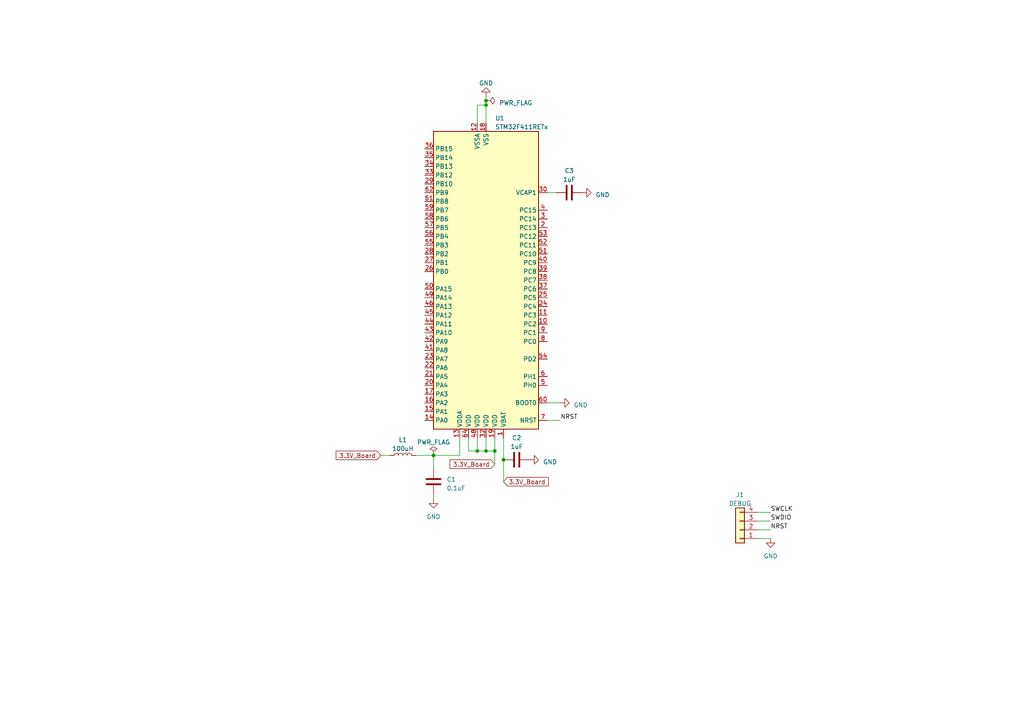
<source format=kicad_sch>
(kicad_sch (version 20230121) (generator eeschema)

  (uuid 39a4a7a0-ffc4-4861-b33d-34da3c27e7e8)

  (paper "A4")

  (lib_symbols
    (symbol "Connector_Generic:Conn_01x04" (pin_names (offset 1.016) hide) (in_bom yes) (on_board yes)
      (property "Reference" "J" (at 0 5.08 0)
        (effects (font (size 1.27 1.27)))
      )
      (property "Value" "Conn_01x04" (at 0 -7.62 0)
        (effects (font (size 1.27 1.27)))
      )
      (property "Footprint" "" (at 0 0 0)
        (effects (font (size 1.27 1.27)) hide)
      )
      (property "Datasheet" "~" (at 0 0 0)
        (effects (font (size 1.27 1.27)) hide)
      )
      (property "ki_keywords" "connector" (at 0 0 0)
        (effects (font (size 1.27 1.27)) hide)
      )
      (property "ki_description" "Generic connector, single row, 01x04, script generated (kicad-library-utils/schlib/autogen/connector/)" (at 0 0 0)
        (effects (font (size 1.27 1.27)) hide)
      )
      (property "ki_fp_filters" "Connector*:*_1x??_*" (at 0 0 0)
        (effects (font (size 1.27 1.27)) hide)
      )
      (symbol "Conn_01x04_1_1"
        (rectangle (start -1.27 -4.953) (end 0 -5.207)
          (stroke (width 0.1524) (type default))
          (fill (type none))
        )
        (rectangle (start -1.27 -2.413) (end 0 -2.667)
          (stroke (width 0.1524) (type default))
          (fill (type none))
        )
        (rectangle (start -1.27 0.127) (end 0 -0.127)
          (stroke (width 0.1524) (type default))
          (fill (type none))
        )
        (rectangle (start -1.27 2.667) (end 0 2.413)
          (stroke (width 0.1524) (type default))
          (fill (type none))
        )
        (rectangle (start -1.27 3.81) (end 1.27 -6.35)
          (stroke (width 0.254) (type default))
          (fill (type background))
        )
        (pin passive line (at -5.08 2.54 0) (length 3.81)
          (name "Pin_1" (effects (font (size 1.27 1.27))))
          (number "1" (effects (font (size 1.27 1.27))))
        )
        (pin passive line (at -5.08 0 0) (length 3.81)
          (name "Pin_2" (effects (font (size 1.27 1.27))))
          (number "2" (effects (font (size 1.27 1.27))))
        )
        (pin passive line (at -5.08 -2.54 0) (length 3.81)
          (name "Pin_3" (effects (font (size 1.27 1.27))))
          (number "3" (effects (font (size 1.27 1.27))))
        )
        (pin passive line (at -5.08 -5.08 0) (length 3.81)
          (name "Pin_4" (effects (font (size 1.27 1.27))))
          (number "4" (effects (font (size 1.27 1.27))))
        )
      )
    )
    (symbol "Device:C" (pin_numbers hide) (pin_names (offset 0.254)) (in_bom yes) (on_board yes)
      (property "Reference" "C" (at 0.635 2.54 0)
        (effects (font (size 1.27 1.27)) (justify left))
      )
      (property "Value" "C" (at 0.635 -2.54 0)
        (effects (font (size 1.27 1.27)) (justify left))
      )
      (property "Footprint" "" (at 0.9652 -3.81 0)
        (effects (font (size 1.27 1.27)) hide)
      )
      (property "Datasheet" "~" (at 0 0 0)
        (effects (font (size 1.27 1.27)) hide)
      )
      (property "ki_keywords" "cap capacitor" (at 0 0 0)
        (effects (font (size 1.27 1.27)) hide)
      )
      (property "ki_description" "Unpolarized capacitor" (at 0 0 0)
        (effects (font (size 1.27 1.27)) hide)
      )
      (property "ki_fp_filters" "C_*" (at 0 0 0)
        (effects (font (size 1.27 1.27)) hide)
      )
      (symbol "C_0_1"
        (polyline
          (pts
            (xy -2.032 -0.762)
            (xy 2.032 -0.762)
          )
          (stroke (width 0.508) (type default))
          (fill (type none))
        )
        (polyline
          (pts
            (xy -2.032 0.762)
            (xy 2.032 0.762)
          )
          (stroke (width 0.508) (type default))
          (fill (type none))
        )
      )
      (symbol "C_1_1"
        (pin passive line (at 0 3.81 270) (length 2.794)
          (name "~" (effects (font (size 1.27 1.27))))
          (number "1" (effects (font (size 1.27 1.27))))
        )
        (pin passive line (at 0 -3.81 90) (length 2.794)
          (name "~" (effects (font (size 1.27 1.27))))
          (number "2" (effects (font (size 1.27 1.27))))
        )
      )
    )
    (symbol "Device:L" (pin_numbers hide) (pin_names (offset 1.016) hide) (in_bom yes) (on_board yes)
      (property "Reference" "L" (at -1.27 0 90)
        (effects (font (size 1.27 1.27)))
      )
      (property "Value" "L" (at 1.905 0 90)
        (effects (font (size 1.27 1.27)))
      )
      (property "Footprint" "" (at 0 0 0)
        (effects (font (size 1.27 1.27)) hide)
      )
      (property "Datasheet" "~" (at 0 0 0)
        (effects (font (size 1.27 1.27)) hide)
      )
      (property "ki_keywords" "inductor choke coil reactor magnetic" (at 0 0 0)
        (effects (font (size 1.27 1.27)) hide)
      )
      (property "ki_description" "Inductor" (at 0 0 0)
        (effects (font (size 1.27 1.27)) hide)
      )
      (property "ki_fp_filters" "Choke_* *Coil* Inductor_* L_*" (at 0 0 0)
        (effects (font (size 1.27 1.27)) hide)
      )
      (symbol "L_0_1"
        (arc (start 0 -2.54) (mid 0.6323 -1.905) (end 0 -1.27)
          (stroke (width 0) (type default))
          (fill (type none))
        )
        (arc (start 0 -1.27) (mid 0.6323 -0.635) (end 0 0)
          (stroke (width 0) (type default))
          (fill (type none))
        )
        (arc (start 0 0) (mid 0.6323 0.635) (end 0 1.27)
          (stroke (width 0) (type default))
          (fill (type none))
        )
        (arc (start 0 1.27) (mid 0.6323 1.905) (end 0 2.54)
          (stroke (width 0) (type default))
          (fill (type none))
        )
      )
      (symbol "L_1_1"
        (pin passive line (at 0 3.81 270) (length 1.27)
          (name "1" (effects (font (size 1.27 1.27))))
          (number "1" (effects (font (size 1.27 1.27))))
        )
        (pin passive line (at 0 -3.81 90) (length 1.27)
          (name "2" (effects (font (size 1.27 1.27))))
          (number "2" (effects (font (size 1.27 1.27))))
        )
      )
    )
    (symbol "MCU_ST_STM32F4:STM32F411RETx" (in_bom yes) (on_board yes)
      (property "Reference" "U" (at -15.24 44.45 0)
        (effects (font (size 1.27 1.27)) (justify left))
      )
      (property "Value" "STM32F411RETx" (at 10.16 44.45 0)
        (effects (font (size 1.27 1.27)) (justify left))
      )
      (property "Footprint" "Package_QFP:LQFP-64_10x10mm_P0.5mm" (at -15.24 -43.18 0)
        (effects (font (size 1.27 1.27)) (justify right) hide)
      )
      (property "Datasheet" "https://www.st.com/resource/en/datasheet/stm32f411re.pdf" (at 0 0 0)
        (effects (font (size 1.27 1.27)) hide)
      )
      (property "ki_locked" "" (at 0 0 0)
        (effects (font (size 1.27 1.27)))
      )
      (property "ki_keywords" "Arm Cortex-M4 STM32F4 STM32F411" (at 0 0 0)
        (effects (font (size 1.27 1.27)) hide)
      )
      (property "ki_description" "STMicroelectronics Arm Cortex-M4 MCU, 512KB flash, 128KB RAM, 100 MHz, 1.7-3.6V, 50 GPIO, LQFP64" (at 0 0 0)
        (effects (font (size 1.27 1.27)) hide)
      )
      (property "ki_fp_filters" "LQFP*10x10mm*P0.5mm*" (at 0 0 0)
        (effects (font (size 1.27 1.27)) hide)
      )
      (symbol "STM32F411RETx_0_1"
        (rectangle (start -15.24 -43.18) (end 15.24 43.18)
          (stroke (width 0.254) (type default))
          (fill (type background))
        )
      )
      (symbol "STM32F411RETx_1_1"
        (pin power_in line (at -5.08 45.72 270) (length 2.54)
          (name "VBAT" (effects (font (size 1.27 1.27))))
          (number "1" (effects (font (size 1.27 1.27))))
        )
        (pin bidirectional line (at -17.78 12.7 0) (length 2.54)
          (name "PC2" (effects (font (size 1.27 1.27))))
          (number "10" (effects (font (size 1.27 1.27))))
          (alternate "ADC1_IN12" bidirectional line)
          (alternate "I2S2_ext_SD" bidirectional line)
          (alternate "SPI2_MISO" bidirectional line)
        )
        (pin bidirectional line (at -17.78 10.16 0) (length 2.54)
          (name "PC3" (effects (font (size 1.27 1.27))))
          (number "11" (effects (font (size 1.27 1.27))))
          (alternate "ADC1_IN13" bidirectional line)
          (alternate "I2S2_SD" bidirectional line)
          (alternate "SPI2_MOSI" bidirectional line)
        )
        (pin power_in line (at 2.54 -45.72 90) (length 2.54)
          (name "VSSA" (effects (font (size 1.27 1.27))))
          (number "12" (effects (font (size 1.27 1.27))))
        )
        (pin power_in line (at 7.62 45.72 270) (length 2.54)
          (name "VDDA" (effects (font (size 1.27 1.27))))
          (number "13" (effects (font (size 1.27 1.27))))
        )
        (pin bidirectional line (at 17.78 40.64 180) (length 2.54)
          (name "PA0" (effects (font (size 1.27 1.27))))
          (number "14" (effects (font (size 1.27 1.27))))
          (alternate "ADC1_IN0" bidirectional line)
          (alternate "SYS_WKUP" bidirectional line)
          (alternate "TIM2_CH1" bidirectional line)
          (alternate "TIM2_ETR" bidirectional line)
          (alternate "TIM5_CH1" bidirectional line)
          (alternate "USART2_CTS" bidirectional line)
        )
        (pin bidirectional line (at 17.78 38.1 180) (length 2.54)
          (name "PA1" (effects (font (size 1.27 1.27))))
          (number "15" (effects (font (size 1.27 1.27))))
          (alternate "ADC1_IN1" bidirectional line)
          (alternate "I2S4_SD" bidirectional line)
          (alternate "SPI4_MOSI" bidirectional line)
          (alternate "TIM2_CH2" bidirectional line)
          (alternate "TIM5_CH2" bidirectional line)
          (alternate "USART2_RTS" bidirectional line)
        )
        (pin bidirectional line (at 17.78 35.56 180) (length 2.54)
          (name "PA2" (effects (font (size 1.27 1.27))))
          (number "16" (effects (font (size 1.27 1.27))))
          (alternate "ADC1_IN2" bidirectional line)
          (alternate "I2S_CKIN" bidirectional line)
          (alternate "TIM2_CH3" bidirectional line)
          (alternate "TIM5_CH3" bidirectional line)
          (alternate "TIM9_CH1" bidirectional line)
          (alternate "USART2_TX" bidirectional line)
        )
        (pin bidirectional line (at 17.78 33.02 180) (length 2.54)
          (name "PA3" (effects (font (size 1.27 1.27))))
          (number "17" (effects (font (size 1.27 1.27))))
          (alternate "ADC1_IN3" bidirectional line)
          (alternate "I2S2_MCK" bidirectional line)
          (alternate "TIM2_CH4" bidirectional line)
          (alternate "TIM5_CH4" bidirectional line)
          (alternate "TIM9_CH2" bidirectional line)
          (alternate "USART2_RX" bidirectional line)
        )
        (pin power_in line (at 0 -45.72 90) (length 2.54)
          (name "VSS" (effects (font (size 1.27 1.27))))
          (number "18" (effects (font (size 1.27 1.27))))
        )
        (pin power_in line (at -2.54 45.72 270) (length 2.54)
          (name "VDD" (effects (font (size 1.27 1.27))))
          (number "19" (effects (font (size 1.27 1.27))))
        )
        (pin bidirectional line (at -17.78 -15.24 0) (length 2.54)
          (name "PC13" (effects (font (size 1.27 1.27))))
          (number "2" (effects (font (size 1.27 1.27))))
          (alternate "RTC_AF1" bidirectional line)
        )
        (pin bidirectional line (at 17.78 30.48 180) (length 2.54)
          (name "PA4" (effects (font (size 1.27 1.27))))
          (number "20" (effects (font (size 1.27 1.27))))
          (alternate "ADC1_IN4" bidirectional line)
          (alternate "I2S1_WS" bidirectional line)
          (alternate "I2S3_WS" bidirectional line)
          (alternate "SPI1_NSS" bidirectional line)
          (alternate "SPI3_NSS" bidirectional line)
          (alternate "USART2_CK" bidirectional line)
        )
        (pin bidirectional line (at 17.78 27.94 180) (length 2.54)
          (name "PA5" (effects (font (size 1.27 1.27))))
          (number "21" (effects (font (size 1.27 1.27))))
          (alternate "ADC1_IN5" bidirectional line)
          (alternate "I2S1_CK" bidirectional line)
          (alternate "SPI1_SCK" bidirectional line)
          (alternate "TIM2_CH1" bidirectional line)
          (alternate "TIM2_ETR" bidirectional line)
        )
        (pin bidirectional line (at 17.78 25.4 180) (length 2.54)
          (name "PA6" (effects (font (size 1.27 1.27))))
          (number "22" (effects (font (size 1.27 1.27))))
          (alternate "ADC1_IN6" bidirectional line)
          (alternate "I2S2_MCK" bidirectional line)
          (alternate "SDIO_CMD" bidirectional line)
          (alternate "SPI1_MISO" bidirectional line)
          (alternate "TIM1_BKIN" bidirectional line)
          (alternate "TIM3_CH1" bidirectional line)
        )
        (pin bidirectional line (at 17.78 22.86 180) (length 2.54)
          (name "PA7" (effects (font (size 1.27 1.27))))
          (number "23" (effects (font (size 1.27 1.27))))
          (alternate "ADC1_IN7" bidirectional line)
          (alternate "I2S1_SD" bidirectional line)
          (alternate "SPI1_MOSI" bidirectional line)
          (alternate "TIM1_CH1N" bidirectional line)
          (alternate "TIM3_CH2" bidirectional line)
        )
        (pin bidirectional line (at -17.78 7.62 0) (length 2.54)
          (name "PC4" (effects (font (size 1.27 1.27))))
          (number "24" (effects (font (size 1.27 1.27))))
          (alternate "ADC1_IN14" bidirectional line)
        )
        (pin bidirectional line (at -17.78 5.08 0) (length 2.54)
          (name "PC5" (effects (font (size 1.27 1.27))))
          (number "25" (effects (font (size 1.27 1.27))))
          (alternate "ADC1_IN15" bidirectional line)
        )
        (pin bidirectional line (at 17.78 -2.54 180) (length 2.54)
          (name "PB0" (effects (font (size 1.27 1.27))))
          (number "26" (effects (font (size 1.27 1.27))))
          (alternate "ADC1_IN8" bidirectional line)
          (alternate "I2S5_CK" bidirectional line)
          (alternate "SPI5_SCK" bidirectional line)
          (alternate "TIM1_CH2N" bidirectional line)
          (alternate "TIM3_CH3" bidirectional line)
        )
        (pin bidirectional line (at 17.78 -5.08 180) (length 2.54)
          (name "PB1" (effects (font (size 1.27 1.27))))
          (number "27" (effects (font (size 1.27 1.27))))
          (alternate "ADC1_IN9" bidirectional line)
          (alternate "I2S5_WS" bidirectional line)
          (alternate "SPI5_NSS" bidirectional line)
          (alternate "TIM1_CH3N" bidirectional line)
          (alternate "TIM3_CH4" bidirectional line)
        )
        (pin bidirectional line (at 17.78 -7.62 180) (length 2.54)
          (name "PB2" (effects (font (size 1.27 1.27))))
          (number "28" (effects (font (size 1.27 1.27))))
        )
        (pin bidirectional line (at 17.78 -27.94 180) (length 2.54)
          (name "PB10" (effects (font (size 1.27 1.27))))
          (number "29" (effects (font (size 1.27 1.27))))
          (alternate "I2C2_SCL" bidirectional line)
          (alternate "I2S2_CK" bidirectional line)
          (alternate "I2S3_MCK" bidirectional line)
          (alternate "SDIO_D7" bidirectional line)
          (alternate "SPI2_SCK" bidirectional line)
          (alternate "TIM2_CH3" bidirectional line)
        )
        (pin bidirectional line (at -17.78 -17.78 0) (length 2.54)
          (name "PC14" (effects (font (size 1.27 1.27))))
          (number "3" (effects (font (size 1.27 1.27))))
          (alternate "RCC_OSC32_IN" bidirectional line)
        )
        (pin power_out line (at -17.78 -25.4 0) (length 2.54)
          (name "VCAP1" (effects (font (size 1.27 1.27))))
          (number "30" (effects (font (size 1.27 1.27))))
        )
        (pin passive line (at 0 -45.72 90) (length 2.54) hide
          (name "VSS" (effects (font (size 1.27 1.27))))
          (number "31" (effects (font (size 1.27 1.27))))
        )
        (pin power_in line (at 0 45.72 270) (length 2.54)
          (name "VDD" (effects (font (size 1.27 1.27))))
          (number "32" (effects (font (size 1.27 1.27))))
        )
        (pin bidirectional line (at 17.78 -30.48 180) (length 2.54)
          (name "PB12" (effects (font (size 1.27 1.27))))
          (number "33" (effects (font (size 1.27 1.27))))
          (alternate "I2C2_SMBA" bidirectional line)
          (alternate "I2S2_WS" bidirectional line)
          (alternate "I2S3_CK" bidirectional line)
          (alternate "I2S4_WS" bidirectional line)
          (alternate "SPI2_NSS" bidirectional line)
          (alternate "SPI3_SCK" bidirectional line)
          (alternate "SPI4_NSS" bidirectional line)
          (alternate "TIM1_BKIN" bidirectional line)
        )
        (pin bidirectional line (at 17.78 -33.02 180) (length 2.54)
          (name "PB13" (effects (font (size 1.27 1.27))))
          (number "34" (effects (font (size 1.27 1.27))))
          (alternate "I2S2_CK" bidirectional line)
          (alternate "I2S4_CK" bidirectional line)
          (alternate "SPI2_SCK" bidirectional line)
          (alternate "SPI4_SCK" bidirectional line)
          (alternate "TIM1_CH1N" bidirectional line)
        )
        (pin bidirectional line (at 17.78 -35.56 180) (length 2.54)
          (name "PB14" (effects (font (size 1.27 1.27))))
          (number "35" (effects (font (size 1.27 1.27))))
          (alternate "I2S2_ext_SD" bidirectional line)
          (alternate "SDIO_D6" bidirectional line)
          (alternate "SPI2_MISO" bidirectional line)
          (alternate "TIM1_CH2N" bidirectional line)
        )
        (pin bidirectional line (at 17.78 -38.1 180) (length 2.54)
          (name "PB15" (effects (font (size 1.27 1.27))))
          (number "36" (effects (font (size 1.27 1.27))))
          (alternate "ADC1_EXTI15" bidirectional line)
          (alternate "I2S2_SD" bidirectional line)
          (alternate "RTC_REFIN" bidirectional line)
          (alternate "SDIO_CK" bidirectional line)
          (alternate "SPI2_MOSI" bidirectional line)
          (alternate "TIM1_CH3N" bidirectional line)
        )
        (pin bidirectional line (at -17.78 2.54 0) (length 2.54)
          (name "PC6" (effects (font (size 1.27 1.27))))
          (number "37" (effects (font (size 1.27 1.27))))
          (alternate "I2S2_MCK" bidirectional line)
          (alternate "SDIO_D6" bidirectional line)
          (alternate "TIM3_CH1" bidirectional line)
          (alternate "USART6_TX" bidirectional line)
        )
        (pin bidirectional line (at -17.78 0 0) (length 2.54)
          (name "PC7" (effects (font (size 1.27 1.27))))
          (number "38" (effects (font (size 1.27 1.27))))
          (alternate "I2S2_CK" bidirectional line)
          (alternate "I2S3_MCK" bidirectional line)
          (alternate "SDIO_D7" bidirectional line)
          (alternate "SPI2_SCK" bidirectional line)
          (alternate "TIM3_CH2" bidirectional line)
          (alternate "USART6_RX" bidirectional line)
        )
        (pin bidirectional line (at -17.78 -2.54 0) (length 2.54)
          (name "PC8" (effects (font (size 1.27 1.27))))
          (number "39" (effects (font (size 1.27 1.27))))
          (alternate "SDIO_D0" bidirectional line)
          (alternate "TIM3_CH3" bidirectional line)
          (alternate "USART6_CK" bidirectional line)
        )
        (pin bidirectional line (at -17.78 -20.32 0) (length 2.54)
          (name "PC15" (effects (font (size 1.27 1.27))))
          (number "4" (effects (font (size 1.27 1.27))))
          (alternate "ADC1_EXTI15" bidirectional line)
          (alternate "RCC_OSC32_OUT" bidirectional line)
        )
        (pin bidirectional line (at -17.78 -5.08 0) (length 2.54)
          (name "PC9" (effects (font (size 1.27 1.27))))
          (number "40" (effects (font (size 1.27 1.27))))
          (alternate "I2C3_SDA" bidirectional line)
          (alternate "I2S_CKIN" bidirectional line)
          (alternate "RCC_MCO_2" bidirectional line)
          (alternate "SDIO_D1" bidirectional line)
          (alternate "TIM3_CH4" bidirectional line)
        )
        (pin bidirectional line (at 17.78 20.32 180) (length 2.54)
          (name "PA8" (effects (font (size 1.27 1.27))))
          (number "41" (effects (font (size 1.27 1.27))))
          (alternate "I2C3_SCL" bidirectional line)
          (alternate "RCC_MCO_1" bidirectional line)
          (alternate "SDIO_D1" bidirectional line)
          (alternate "TIM1_CH1" bidirectional line)
          (alternate "USART1_CK" bidirectional line)
          (alternate "USB_OTG_FS_SOF" bidirectional line)
        )
        (pin bidirectional line (at 17.78 17.78 180) (length 2.54)
          (name "PA9" (effects (font (size 1.27 1.27))))
          (number "42" (effects (font (size 1.27 1.27))))
          (alternate "I2C3_SMBA" bidirectional line)
          (alternate "SDIO_D2" bidirectional line)
          (alternate "TIM1_CH2" bidirectional line)
          (alternate "USART1_TX" bidirectional line)
          (alternate "USB_OTG_FS_VBUS" bidirectional line)
        )
        (pin bidirectional line (at 17.78 15.24 180) (length 2.54)
          (name "PA10" (effects (font (size 1.27 1.27))))
          (number "43" (effects (font (size 1.27 1.27))))
          (alternate "I2S5_SD" bidirectional line)
          (alternate "SPI5_MOSI" bidirectional line)
          (alternate "TIM1_CH3" bidirectional line)
          (alternate "USART1_RX" bidirectional line)
          (alternate "USB_OTG_FS_ID" bidirectional line)
        )
        (pin bidirectional line (at 17.78 12.7 180) (length 2.54)
          (name "PA11" (effects (font (size 1.27 1.27))))
          (number "44" (effects (font (size 1.27 1.27))))
          (alternate "ADC1_EXTI11" bidirectional line)
          (alternate "SPI4_MISO" bidirectional line)
          (alternate "TIM1_CH4" bidirectional line)
          (alternate "USART1_CTS" bidirectional line)
          (alternate "USART6_TX" bidirectional line)
          (alternate "USB_OTG_FS_DM" bidirectional line)
        )
        (pin bidirectional line (at 17.78 10.16 180) (length 2.54)
          (name "PA12" (effects (font (size 1.27 1.27))))
          (number "45" (effects (font (size 1.27 1.27))))
          (alternate "SPI5_MISO" bidirectional line)
          (alternate "TIM1_ETR" bidirectional line)
          (alternate "USART1_RTS" bidirectional line)
          (alternate "USART6_RX" bidirectional line)
          (alternate "USB_OTG_FS_DP" bidirectional line)
        )
        (pin bidirectional line (at 17.78 7.62 180) (length 2.54)
          (name "PA13" (effects (font (size 1.27 1.27))))
          (number "46" (effects (font (size 1.27 1.27))))
          (alternate "SYS_JTMS-SWDIO" bidirectional line)
        )
        (pin passive line (at 0 -45.72 90) (length 2.54) hide
          (name "VSS" (effects (font (size 1.27 1.27))))
          (number "47" (effects (font (size 1.27 1.27))))
        )
        (pin power_in line (at 2.54 45.72 270) (length 2.54)
          (name "VDD" (effects (font (size 1.27 1.27))))
          (number "48" (effects (font (size 1.27 1.27))))
        )
        (pin bidirectional line (at 17.78 5.08 180) (length 2.54)
          (name "PA14" (effects (font (size 1.27 1.27))))
          (number "49" (effects (font (size 1.27 1.27))))
          (alternate "SYS_JTCK-SWCLK" bidirectional line)
        )
        (pin bidirectional line (at -17.78 30.48 0) (length 2.54)
          (name "PH0" (effects (font (size 1.27 1.27))))
          (number "5" (effects (font (size 1.27 1.27))))
          (alternate "RCC_OSC_IN" bidirectional line)
        )
        (pin bidirectional line (at 17.78 2.54 180) (length 2.54)
          (name "PA15" (effects (font (size 1.27 1.27))))
          (number "50" (effects (font (size 1.27 1.27))))
          (alternate "ADC1_EXTI15" bidirectional line)
          (alternate "I2S1_WS" bidirectional line)
          (alternate "I2S3_WS" bidirectional line)
          (alternate "SPI1_NSS" bidirectional line)
          (alternate "SPI3_NSS" bidirectional line)
          (alternate "SYS_JTDI" bidirectional line)
          (alternate "TIM2_CH1" bidirectional line)
          (alternate "TIM2_ETR" bidirectional line)
          (alternate "USART1_TX" bidirectional line)
        )
        (pin bidirectional line (at -17.78 -7.62 0) (length 2.54)
          (name "PC10" (effects (font (size 1.27 1.27))))
          (number "51" (effects (font (size 1.27 1.27))))
          (alternate "I2S3_CK" bidirectional line)
          (alternate "SDIO_D2" bidirectional line)
          (alternate "SPI3_SCK" bidirectional line)
        )
        (pin bidirectional line (at -17.78 -10.16 0) (length 2.54)
          (name "PC11" (effects (font (size 1.27 1.27))))
          (number "52" (effects (font (size 1.27 1.27))))
          (alternate "ADC1_EXTI11" bidirectional line)
          (alternate "I2S3_ext_SD" bidirectional line)
          (alternate "SDIO_D3" bidirectional line)
          (alternate "SPI3_MISO" bidirectional line)
        )
        (pin bidirectional line (at -17.78 -12.7 0) (length 2.54)
          (name "PC12" (effects (font (size 1.27 1.27))))
          (number "53" (effects (font (size 1.27 1.27))))
          (alternate "I2S3_SD" bidirectional line)
          (alternate "SDIO_CK" bidirectional line)
          (alternate "SPI3_MOSI" bidirectional line)
        )
        (pin bidirectional line (at -17.78 22.86 0) (length 2.54)
          (name "PD2" (effects (font (size 1.27 1.27))))
          (number "54" (effects (font (size 1.27 1.27))))
          (alternate "SDIO_CMD" bidirectional line)
          (alternate "TIM3_ETR" bidirectional line)
        )
        (pin bidirectional line (at 17.78 -10.16 180) (length 2.54)
          (name "PB3" (effects (font (size 1.27 1.27))))
          (number "55" (effects (font (size 1.27 1.27))))
          (alternate "I2C2_SDA" bidirectional line)
          (alternate "I2S1_CK" bidirectional line)
          (alternate "I2S3_CK" bidirectional line)
          (alternate "SPI1_SCK" bidirectional line)
          (alternate "SPI3_SCK" bidirectional line)
          (alternate "SYS_JTDO-SWO" bidirectional line)
          (alternate "TIM2_CH2" bidirectional line)
          (alternate "USART1_RX" bidirectional line)
        )
        (pin bidirectional line (at 17.78 -12.7 180) (length 2.54)
          (name "PB4" (effects (font (size 1.27 1.27))))
          (number "56" (effects (font (size 1.27 1.27))))
          (alternate "I2C3_SDA" bidirectional line)
          (alternate "I2S3_ext_SD" bidirectional line)
          (alternate "SDIO_D0" bidirectional line)
          (alternate "SPI1_MISO" bidirectional line)
          (alternate "SPI3_MISO" bidirectional line)
          (alternate "SYS_JTRST" bidirectional line)
          (alternate "TIM3_CH1" bidirectional line)
        )
        (pin bidirectional line (at 17.78 -15.24 180) (length 2.54)
          (name "PB5" (effects (font (size 1.27 1.27))))
          (number "57" (effects (font (size 1.27 1.27))))
          (alternate "I2C1_SMBA" bidirectional line)
          (alternate "I2S1_SD" bidirectional line)
          (alternate "I2S3_SD" bidirectional line)
          (alternate "SDIO_D3" bidirectional line)
          (alternate "SPI1_MOSI" bidirectional line)
          (alternate "SPI3_MOSI" bidirectional line)
          (alternate "TIM3_CH2" bidirectional line)
        )
        (pin bidirectional line (at 17.78 -17.78 180) (length 2.54)
          (name "PB6" (effects (font (size 1.27 1.27))))
          (number "58" (effects (font (size 1.27 1.27))))
          (alternate "I2C1_SCL" bidirectional line)
          (alternate "TIM4_CH1" bidirectional line)
          (alternate "USART1_TX" bidirectional line)
        )
        (pin bidirectional line (at 17.78 -20.32 180) (length 2.54)
          (name "PB7" (effects (font (size 1.27 1.27))))
          (number "59" (effects (font (size 1.27 1.27))))
          (alternate "I2C1_SDA" bidirectional line)
          (alternate "SDIO_D0" bidirectional line)
          (alternate "TIM4_CH2" bidirectional line)
          (alternate "USART1_RX" bidirectional line)
        )
        (pin bidirectional line (at -17.78 27.94 0) (length 2.54)
          (name "PH1" (effects (font (size 1.27 1.27))))
          (number "6" (effects (font (size 1.27 1.27))))
          (alternate "RCC_OSC_OUT" bidirectional line)
        )
        (pin input line (at -17.78 35.56 0) (length 2.54)
          (name "BOOT0" (effects (font (size 1.27 1.27))))
          (number "60" (effects (font (size 1.27 1.27))))
        )
        (pin bidirectional line (at 17.78 -22.86 180) (length 2.54)
          (name "PB8" (effects (font (size 1.27 1.27))))
          (number "61" (effects (font (size 1.27 1.27))))
          (alternate "I2C1_SCL" bidirectional line)
          (alternate "I2C3_SDA" bidirectional line)
          (alternate "I2S5_SD" bidirectional line)
          (alternate "SDIO_D4" bidirectional line)
          (alternate "SPI5_MOSI" bidirectional line)
          (alternate "TIM10_CH1" bidirectional line)
          (alternate "TIM4_CH3" bidirectional line)
        )
        (pin bidirectional line (at 17.78 -25.4 180) (length 2.54)
          (name "PB9" (effects (font (size 1.27 1.27))))
          (number "62" (effects (font (size 1.27 1.27))))
          (alternate "I2C1_SDA" bidirectional line)
          (alternate "I2C2_SDA" bidirectional line)
          (alternate "I2S2_WS" bidirectional line)
          (alternate "SDIO_D5" bidirectional line)
          (alternate "SPI2_NSS" bidirectional line)
          (alternate "TIM11_CH1" bidirectional line)
          (alternate "TIM4_CH4" bidirectional line)
        )
        (pin passive line (at 0 -45.72 90) (length 2.54) hide
          (name "VSS" (effects (font (size 1.27 1.27))))
          (number "63" (effects (font (size 1.27 1.27))))
        )
        (pin power_in line (at 5.08 45.72 270) (length 2.54)
          (name "VDD" (effects (font (size 1.27 1.27))))
          (number "64" (effects (font (size 1.27 1.27))))
        )
        (pin input line (at -17.78 40.64 0) (length 2.54)
          (name "NRST" (effects (font (size 1.27 1.27))))
          (number "7" (effects (font (size 1.27 1.27))))
        )
        (pin bidirectional line (at -17.78 17.78 0) (length 2.54)
          (name "PC0" (effects (font (size 1.27 1.27))))
          (number "8" (effects (font (size 1.27 1.27))))
          (alternate "ADC1_IN10" bidirectional line)
        )
        (pin bidirectional line (at -17.78 15.24 0) (length 2.54)
          (name "PC1" (effects (font (size 1.27 1.27))))
          (number "9" (effects (font (size 1.27 1.27))))
          (alternate "ADC1_IN11" bidirectional line)
        )
      )
    )
    (symbol "power:GND" (power) (pin_names (offset 0)) (in_bom yes) (on_board yes)
      (property "Reference" "#PWR" (at 0 -6.35 0)
        (effects (font (size 1.27 1.27)) hide)
      )
      (property "Value" "GND" (at 0 -3.81 0)
        (effects (font (size 1.27 1.27)))
      )
      (property "Footprint" "" (at 0 0 0)
        (effects (font (size 1.27 1.27)) hide)
      )
      (property "Datasheet" "" (at 0 0 0)
        (effects (font (size 1.27 1.27)) hide)
      )
      (property "ki_keywords" "global power" (at 0 0 0)
        (effects (font (size 1.27 1.27)) hide)
      )
      (property "ki_description" "Power symbol creates a global label with name \"GND\" , ground" (at 0 0 0)
        (effects (font (size 1.27 1.27)) hide)
      )
      (symbol "GND_0_1"
        (polyline
          (pts
            (xy 0 0)
            (xy 0 -1.27)
            (xy 1.27 -1.27)
            (xy 0 -2.54)
            (xy -1.27 -1.27)
            (xy 0 -1.27)
          )
          (stroke (width 0) (type default))
          (fill (type none))
        )
      )
      (symbol "GND_1_1"
        (pin power_in line (at 0 0 270) (length 0) hide
          (name "GND" (effects (font (size 1.27 1.27))))
          (number "1" (effects (font (size 1.27 1.27))))
        )
      )
    )
    (symbol "power:PWR_FLAG" (power) (pin_numbers hide) (pin_names (offset 0) hide) (in_bom yes) (on_board yes)
      (property "Reference" "#FLG" (at 0 1.905 0)
        (effects (font (size 1.27 1.27)) hide)
      )
      (property "Value" "PWR_FLAG" (at 0 3.81 0)
        (effects (font (size 1.27 1.27)))
      )
      (property "Footprint" "" (at 0 0 0)
        (effects (font (size 1.27 1.27)) hide)
      )
      (property "Datasheet" "~" (at 0 0 0)
        (effects (font (size 1.27 1.27)) hide)
      )
      (property "ki_keywords" "flag power" (at 0 0 0)
        (effects (font (size 1.27 1.27)) hide)
      )
      (property "ki_description" "Special symbol for telling ERC where power comes from" (at 0 0 0)
        (effects (font (size 1.27 1.27)) hide)
      )
      (symbol "PWR_FLAG_0_0"
        (pin power_out line (at 0 0 90) (length 0)
          (name "pwr" (effects (font (size 1.27 1.27))))
          (number "1" (effects (font (size 1.27 1.27))))
        )
      )
      (symbol "PWR_FLAG_0_1"
        (polyline
          (pts
            (xy 0 0)
            (xy 0 1.27)
            (xy -1.016 1.905)
            (xy 0 2.54)
            (xy 1.016 1.905)
            (xy 0 1.27)
          )
          (stroke (width 0) (type default))
          (fill (type none))
        )
      )
    )
  )

  (junction (at 143.51 130.81) (diameter 0) (color 0 0 0 0)
    (uuid 48fcdb3b-01be-4e5f-897f-2c3fcf81f18b)
  )
  (junction (at 140.97 29.21) (diameter 0) (color 0 0 0 0)
    (uuid 4a88d437-9dfe-41b6-a9e2-7cad40df4271)
  )
  (junction (at 146.05 133.35) (diameter 0) (color 0 0 0 0)
    (uuid 92f3ca83-6cbb-42c5-9e1f-1ff967564461)
  )
  (junction (at 140.97 30.48) (diameter 0) (color 0 0 0 0)
    (uuid a45833c8-0515-496f-bf3e-79cb18ce3406)
  )
  (junction (at 140.97 130.81) (diameter 0) (color 0 0 0 0)
    (uuid c816cc14-bcc8-438a-8260-208d562cace3)
  )
  (junction (at 125.73 132.08) (diameter 0) (color 0 0 0 0)
    (uuid f261fec3-2264-40ef-9901-096cec243421)
  )
  (junction (at 138.43 130.81) (diameter 0) (color 0 0 0 0)
    (uuid f512f255-2150-46a7-ac8c-c75acb5622e3)
  )

  (wire (pts (xy 146.05 133.35) (xy 146.05 139.7))
    (stroke (width 0) (type default))
    (uuid 024e9071-1369-46db-9b73-d71610280cc4)
  )
  (wire (pts (xy 135.89 127) (xy 135.89 130.81))
    (stroke (width 0) (type default))
    (uuid 04ceba95-7260-43f9-91d8-f3f659b2f0ae)
  )
  (wire (pts (xy 158.75 121.92) (xy 162.56 121.92))
    (stroke (width 0) (type default))
    (uuid 095efef3-90a8-45db-ae05-35c5ba17c4c9)
  )
  (wire (pts (xy 143.51 127) (xy 143.51 130.81))
    (stroke (width 0) (type default))
    (uuid 1163f1d4-ba46-47f4-893a-06e60b8017c3)
  )
  (wire (pts (xy 138.43 30.48) (xy 138.43 35.56))
    (stroke (width 0) (type default))
    (uuid 2b634fd8-9d9c-4b16-929d-392a4276a604)
  )
  (wire (pts (xy 138.43 127) (xy 138.43 130.81))
    (stroke (width 0) (type default))
    (uuid 3881d737-6b47-4858-b406-2bf119d246d1)
  )
  (wire (pts (xy 125.73 132.08) (xy 120.65 132.08))
    (stroke (width 0) (type default))
    (uuid 38dcc74e-c67c-4f01-bc3b-30ddf8c50f96)
  )
  (wire (pts (xy 143.51 130.81) (xy 143.51 134.62))
    (stroke (width 0) (type default))
    (uuid 41be7a39-ca2e-4065-8316-67051eaa2dab)
  )
  (wire (pts (xy 219.71 151.13) (xy 223.52 151.13))
    (stroke (width 0) (type default))
    (uuid 55c7cdd3-ec02-4269-b5a7-6196c8a7086c)
  )
  (wire (pts (xy 219.71 148.59) (xy 223.52 148.59))
    (stroke (width 0) (type default))
    (uuid 583f1a62-ba9e-4b34-b4b6-7b0c780483a9)
  )
  (wire (pts (xy 110.49 132.08) (xy 113.03 132.08))
    (stroke (width 0) (type default))
    (uuid 5a0fd67e-bd36-4e32-8790-c766d37826fc)
  )
  (wire (pts (xy 138.43 130.81) (xy 135.89 130.81))
    (stroke (width 0) (type default))
    (uuid 5f2b853e-2f5c-44d0-923f-3d7771171bf6)
  )
  (wire (pts (xy 219.71 153.67) (xy 223.52 153.67))
    (stroke (width 0) (type default))
    (uuid 65336017-e542-4ec9-a2ba-2b8c1b01de0c)
  )
  (wire (pts (xy 140.97 130.81) (xy 138.43 130.81))
    (stroke (width 0) (type default))
    (uuid 6a06b7ce-1419-4e85-a941-88d929f28027)
  )
  (wire (pts (xy 140.97 30.48) (xy 140.97 35.56))
    (stroke (width 0) (type default))
    (uuid 6c69f5c3-8d70-4403-8bbf-844ff6882951)
  )
  (wire (pts (xy 125.73 144.78) (xy 125.73 143.51))
    (stroke (width 0) (type default))
    (uuid 78f5ede6-6831-446f-ad67-4646a8a711d7)
  )
  (wire (pts (xy 133.35 127) (xy 133.35 132.08))
    (stroke (width 0) (type default))
    (uuid 8051e909-f1a1-4004-8c28-bdc713a60f64)
  )
  (wire (pts (xy 133.35 132.08) (xy 125.73 132.08))
    (stroke (width 0) (type default))
    (uuid 9cd09e35-3949-43df-9f35-411b5b0fefd8)
  )
  (wire (pts (xy 143.51 130.81) (xy 140.97 130.81))
    (stroke (width 0) (type default))
    (uuid b59b5c56-d02d-4859-99cb-6e0c2b72a4b8)
  )
  (wire (pts (xy 158.75 116.84) (xy 162.56 116.84))
    (stroke (width 0) (type default))
    (uuid bfbb3a87-7c4b-4bbd-8e1a-85122ac4c693)
  )
  (wire (pts (xy 219.71 156.21) (xy 223.52 156.21))
    (stroke (width 0) (type default))
    (uuid c273f529-5f09-4ad0-81c7-76bf742aeaad)
  )
  (wire (pts (xy 125.73 132.08) (xy 125.73 135.89))
    (stroke (width 0) (type default))
    (uuid c62ebb8b-2607-461c-84b6-7e583229312f)
  )
  (wire (pts (xy 138.43 30.48) (xy 140.97 30.48))
    (stroke (width 0) (type default))
    (uuid ce8ff98d-470d-4bdf-bb84-18856035c2de)
  )
  (wire (pts (xy 140.97 27.94) (xy 140.97 29.21))
    (stroke (width 0) (type default))
    (uuid df18c6e0-b9f8-4696-a590-5612e0f5969e)
  )
  (wire (pts (xy 140.97 127) (xy 140.97 130.81))
    (stroke (width 0) (type default))
    (uuid f1e79a76-5f30-460b-87ed-4bdcc809b163)
  )
  (wire (pts (xy 140.97 29.21) (xy 140.97 30.48))
    (stroke (width 0) (type default))
    (uuid f31cfd2a-5430-4120-9189-071c269dd0dd)
  )
  (wire (pts (xy 146.05 127) (xy 146.05 133.35))
    (stroke (width 0) (type default))
    (uuid fca3e910-1246-40dd-b98d-1c46855024f9)
  )
  (wire (pts (xy 158.75 55.88) (xy 161.29 55.88))
    (stroke (width 0) (type default))
    (uuid ffb347bf-66d7-4d85-a3b5-858093837838)
  )

  (label "NRST" (at 223.52 153.67 0) (fields_autoplaced)
    (effects (font (size 1.27 1.27)) (justify left bottom))
    (uuid 2161c702-1457-4bd8-8520-9b3f3dae0788)
  )
  (label "NRST" (at 162.56 121.92 0) (fields_autoplaced)
    (effects (font (size 1.27 1.27)) (justify left bottom))
    (uuid 6a3e4b82-9d32-48a4-8467-9a11ee87d2a2)
  )
  (label "SWDIO" (at 223.52 151.13 0) (fields_autoplaced)
    (effects (font (size 1.27 1.27)) (justify left bottom))
    (uuid 8fb4317b-41e8-4068-b32e-246ba93b454a)
  )
  (label "SWCLK" (at 223.52 148.59 0) (fields_autoplaced)
    (effects (font (size 1.27 1.27)) (justify left bottom))
    (uuid 9a96fd2d-c648-4291-a300-cf6653d4d475)
  )

  (global_label "3.3V_Board" (shape input) (at 146.05 139.7 0) (fields_autoplaced)
    (effects (font (size 1.27 1.27)) (justify left))
    (uuid 02d86e38-b68e-4525-9072-1aba6c0b8214)
    (property "Intersheetrefs" "${INTERSHEET_REFS}" (at 159.539 139.7 0)
      (effects (font (size 1.27 1.27)) (justify left) hide)
    )
  )
  (global_label "3.3V_Board" (shape input) (at 110.49 132.08 180) (fields_autoplaced)
    (effects (font (size 1.27 1.27)) (justify right))
    (uuid 4438e816-ad29-4348-a382-8fb2372c0031)
    (property "Intersheetrefs" "${INTERSHEET_REFS}" (at 97.001 132.08 0)
      (effects (font (size 1.27 1.27)) (justify right) hide)
    )
  )
  (global_label "3.3V_Board" (shape input) (at 143.51 134.62 180) (fields_autoplaced)
    (effects (font (size 1.27 1.27)) (justify right))
    (uuid fb04b6d2-6caf-486e-853f-980943735c4b)
    (property "Intersheetrefs" "${INTERSHEET_REFS}" (at 130.021 134.62 0)
      (effects (font (size 1.27 1.27)) (justify right) hide)
    )
  )

  (symbol (lib_id "power:GND") (at 168.91 55.88 90) (unit 1)
    (in_bom yes) (on_board yes) (dnp no) (fields_autoplaced)
    (uuid 2d448314-39ee-48a0-9f3a-3ccea6b53444)
    (property "Reference" "#PWR04" (at 175.26 55.88 0)
      (effects (font (size 1.27 1.27)) hide)
    )
    (property "Value" "GND" (at 172.72 56.515 90)
      (effects (font (size 1.27 1.27)) (justify right))
    )
    (property "Footprint" "" (at 168.91 55.88 0)
      (effects (font (size 1.27 1.27)) hide)
    )
    (property "Datasheet" "" (at 168.91 55.88 0)
      (effects (font (size 1.27 1.27)) hide)
    )
    (pin "1" (uuid 70f80de8-dbe2-4db5-8b1b-e31910e6b615))
    (instances
      (project "rangefinder2"
        (path "/0b3e5813-673f-4f67-83c8-f01b9503b5c1/1d2dc710-e6c4-4ede-89f0-460a3c64672f"
          (reference "#PWR04") (unit 1)
        )
      )
      (project "Rangefinder"
        (path "/1a7ff774-b73f-44dc-80af-cc4169dc627d/767711bd-a3e4-4e6e-85d0-0a28927f2a79"
          (reference "#PWR028") (unit 1)
        )
      )
      (project "HapticHandsV2"
        (path "/39a4a7a0-ffc4-4861-b33d-34da3c27e7e8"
          (reference "#PWR05") (unit 1)
        )
      )
      (project "HapticHandsV3"
        (path "/49f0b1d8-2df3-40e2-b533-9ae449b945d9"
          (reference "#PWR04") (unit 1)
        )
      )
    )
  )

  (symbol (lib_id "power:PWR_FLAG") (at 125.73 132.08 0) (unit 1)
    (in_bom yes) (on_board yes) (dnp no) (fields_autoplaced)
    (uuid 34f25f9b-0b58-4a16-b4a4-9b0cdfbb241d)
    (property "Reference" "#FLG03" (at 125.73 130.175 0)
      (effects (font (size 1.27 1.27)) hide)
    )
    (property "Value" "PWR_FLAG" (at 125.73 128.27 0)
      (effects (font (size 1.27 1.27)))
    )
    (property "Footprint" "" (at 125.73 132.08 0)
      (effects (font (size 1.27 1.27)) hide)
    )
    (property "Datasheet" "~" (at 125.73 132.08 0)
      (effects (font (size 1.27 1.27)) hide)
    )
    (pin "1" (uuid 24abdeac-b88d-4d4a-98f4-fcd3c0efdcd0))
    (instances
      (project "rangefinder2"
        (path "/0b3e5813-673f-4f67-83c8-f01b9503b5c1/1d2dc710-e6c4-4ede-89f0-460a3c64672f"
          (reference "#FLG03") (unit 1)
        )
      )
      (project "Rangefinder"
        (path "/1a7ff774-b73f-44dc-80af-cc4169dc627d/767711bd-a3e4-4e6e-85d0-0a28927f2a79"
          (reference "#FLG02") (unit 1)
        )
      )
      (project "HapticHandsV2"
        (path "/39a4a7a0-ffc4-4861-b33d-34da3c27e7e8"
          (reference "#FLG01") (unit 1)
        )
      )
      (project "HapticHandsV3"
        (path "/49f0b1d8-2df3-40e2-b533-9ae449b945d9"
          (reference "#FLG01") (unit 1)
        )
      )
    )
  )

  (symbol (lib_id "power:GND") (at 125.73 144.78 0) (unit 1)
    (in_bom yes) (on_board yes) (dnp no) (fields_autoplaced)
    (uuid 4303a4b9-9e0f-4554-ba0e-009ab6181e0b)
    (property "Reference" "#PWR06" (at 125.73 151.13 0)
      (effects (font (size 1.27 1.27)) hide)
    )
    (property "Value" "GND" (at 125.73 149.86 0)
      (effects (font (size 1.27 1.27)))
    )
    (property "Footprint" "" (at 125.73 144.78 0)
      (effects (font (size 1.27 1.27)) hide)
    )
    (property "Datasheet" "" (at 125.73 144.78 0)
      (effects (font (size 1.27 1.27)) hide)
    )
    (pin "1" (uuid fddee02c-c69e-424c-9d91-b015a9c18ead))
    (instances
      (project "rangefinder2"
        (path "/0b3e5813-673f-4f67-83c8-f01b9503b5c1/1d2dc710-e6c4-4ede-89f0-460a3c64672f"
          (reference "#PWR06") (unit 1)
        )
      )
      (project "Rangefinder"
        (path "/1a7ff774-b73f-44dc-80af-cc4169dc627d/767711bd-a3e4-4e6e-85d0-0a28927f2a79"
          (reference "#PWR02") (unit 1)
        )
      )
      (project "HapticHandsV2"
        (path "/39a4a7a0-ffc4-4861-b33d-34da3c27e7e8"
          (reference "#PWR01") (unit 1)
        )
      )
      (project "HapticHandsV3"
        (path "/49f0b1d8-2df3-40e2-b533-9ae449b945d9"
          (reference "#PWR02") (unit 1)
        )
      )
    )
  )

  (symbol (lib_id "Device:C") (at 165.1 55.88 90) (unit 1)
    (in_bom yes) (on_board yes) (dnp no) (fields_autoplaced)
    (uuid 5416b477-4cd5-4779-aa75-3aaa88551da1)
    (property "Reference" "C1" (at 165.1 49.53 90)
      (effects (font (size 1.27 1.27)))
    )
    (property "Value" "1uF" (at 165.1 52.07 90)
      (effects (font (size 1.27 1.27)))
    )
    (property "Footprint" "Capacitor_SMD:C_0402_1005Metric" (at 168.91 54.9148 0)
      (effects (font (size 1.27 1.27)) hide)
    )
    (property "Datasheet" "~" (at 165.1 55.88 0)
      (effects (font (size 1.27 1.27)) hide)
    )
    (pin "1" (uuid 050b08be-2be4-48dd-8454-4a61f3383c8d))
    (pin "2" (uuid 371150b3-2257-465b-8e5b-f9ee1f07e763))
    (instances
      (project "rangefinder2"
        (path "/0b3e5813-673f-4f67-83c8-f01b9503b5c1/2017639a-2389-4cf2-aeb2-8a719e2bc2bc"
          (reference "C1") (unit 1)
        )
        (path "/0b3e5813-673f-4f67-83c8-f01b9503b5c1/1d2dc710-e6c4-4ede-89f0-460a3c64672f"
          (reference "C29") (unit 1)
        )
      )
      (project "Rangefinder"
        (path "/1a7ff774-b73f-44dc-80af-cc4169dc627d/767711bd-a3e4-4e6e-85d0-0a28927f2a79"
          (reference "C15") (unit 1)
        )
      )
      (project "HapticHandsV2"
        (path "/39a4a7a0-ffc4-4861-b33d-34da3c27e7e8"
          (reference "C3") (unit 1)
        )
      )
      (project "HapticHandsV3"
        (path "/49f0b1d8-2df3-40e2-b533-9ae449b945d9"
          (reference "C3") (unit 1)
        )
      )
    )
  )

  (symbol (lib_id "Device:L") (at 116.84 132.08 90) (unit 1)
    (in_bom yes) (on_board yes) (dnp no) (fields_autoplaced)
    (uuid 82b0b085-1cf6-473e-bfc0-c1aad9b708fd)
    (property "Reference" "L1" (at 116.84 127.5842 90)
      (effects (font (size 1.27 1.27)))
    )
    (property "Value" "100uH" (at 116.84 130.1242 90)
      (effects (font (size 1.27 1.27)))
    )
    (property "Footprint" "Inductor_SMD:L_0805_2012Metric" (at 116.84 132.08 0)
      (effects (font (size 1.27 1.27)) hide)
    )
    (property "Datasheet" "~" (at 116.84 132.08 0)
      (effects (font (size 1.27 1.27)) hide)
    )
    (pin "1" (uuid ddb180db-2753-4c71-bf30-9bf84ff4724c))
    (pin "2" (uuid e558fd6e-068f-4f10-913a-12ff1a5dab80))
    (instances
      (project "rangefinder2"
        (path "/0b3e5813-673f-4f67-83c8-f01b9503b5c1/2017639a-2389-4cf2-aeb2-8a719e2bc2bc"
          (reference "L1") (unit 1)
        )
        (path "/0b3e5813-673f-4f67-83c8-f01b9503b5c1/1d2dc710-e6c4-4ede-89f0-460a3c64672f"
          (reference "L2") (unit 1)
        )
      )
      (project "Rangefinder"
        (path "/1a7ff774-b73f-44dc-80af-cc4169dc627d/767711bd-a3e4-4e6e-85d0-0a28927f2a79"
          (reference "L1") (unit 1)
        )
      )
      (project "HapticHandsV2"
        (path "/39a4a7a0-ffc4-4861-b33d-34da3c27e7e8"
          (reference "L1") (unit 1)
        )
      )
      (project "HapticHandsV3"
        (path "/49f0b1d8-2df3-40e2-b533-9ae449b945d9"
          (reference "L1") (unit 1)
        )
      )
    )
  )

  (symbol (lib_id "MCU_ST_STM32F4:STM32F411RETx") (at 140.97 81.28 180) (unit 1)
    (in_bom yes) (on_board yes) (dnp no) (fields_autoplaced)
    (uuid 86a29f43-f68a-43f3-b195-bad11b733f68)
    (property "Reference" "U1" (at 143.6117 34.29 0)
      (effects (font (size 1.27 1.27)) (justify right))
    )
    (property "Value" "STM32F411RETx" (at 143.6117 36.83 0)
      (effects (font (size 1.27 1.27)) (justify right))
    )
    (property "Footprint" "Package_QFP:LQFP-64_10x10mm_P0.5mm" (at 156.21 38.1 0)
      (effects (font (size 1.27 1.27)) (justify right) hide)
    )
    (property "Datasheet" "https://www.st.com/resource/en/datasheet/stm32f411re.pdf" (at 140.97 81.28 0)
      (effects (font (size 1.27 1.27)) hide)
    )
    (pin "1" (uuid 1d1458f1-b762-4591-8c97-400d29cbdba5))
    (pin "10" (uuid c48e9c08-3950-4fe8-8559-888090292683))
    (pin "11" (uuid bec07e03-91a3-40dd-ab8e-5be9ee692cff))
    (pin "12" (uuid 076dd327-ef2f-4ada-b92f-5deb1de055c2))
    (pin "13" (uuid 54a13771-f2f9-490e-920f-ef0d91b32758))
    (pin "14" (uuid 8c7271df-c196-40ed-8868-04b5fd3355f6))
    (pin "15" (uuid d15cde4d-e496-4e51-a45c-10110040d5f0))
    (pin "16" (uuid e29bc90a-39b4-4f19-837f-b83dafaa3c24))
    (pin "17" (uuid 166f9ed4-d4e9-4ba7-9c82-227afdac365c))
    (pin "18" (uuid 919ac0ee-f531-4bb1-8e5b-c992c1047278))
    (pin "19" (uuid bb4dd4a0-23f2-4f95-b01b-ea8be34eadaa))
    (pin "2" (uuid 2718c8d5-0419-4289-a32a-5c0485ef4bb7))
    (pin "20" (uuid 011f13e6-68b2-411a-b8e8-0b0475725963))
    (pin "21" (uuid 506232ef-bc5d-458e-b649-cda5767098b3))
    (pin "22" (uuid 03f8ad96-3516-409a-8a05-70cd44621762))
    (pin "23" (uuid 35e76ede-b46c-4468-af33-3b94b31dcd7b))
    (pin "24" (uuid 1e614abb-3c79-4692-b1d9-fd867cf9f68d))
    (pin "25" (uuid 60918882-7df5-4aa2-b995-79f9fabc99d3))
    (pin "26" (uuid 3200b9ea-0266-4cf3-9cac-6d7becec2e39))
    (pin "27" (uuid ee9c499c-83ec-467c-a34c-76320fe23023))
    (pin "28" (uuid 29987e3c-7188-4e15-9ffc-e90eb364f1c8))
    (pin "29" (uuid 437ea692-7ff4-4091-9c8c-a693e41478e8))
    (pin "3" (uuid 60dd4527-2080-4ea7-b037-a66665a7d3c4))
    (pin "30" (uuid e3e689f3-fc0c-47ad-8b51-793cd00ec239))
    (pin "31" (uuid 00f6692b-3e7c-402b-ad61-a9ec334474af))
    (pin "32" (uuid 2d577c63-b4a0-4334-8ba0-54aaade91266))
    (pin "33" (uuid 7bc7c489-c562-4835-860f-a6015813643e))
    (pin "34" (uuid aeb02024-a215-48f5-9c8c-76dee94869a0))
    (pin "35" (uuid ba051664-9b2d-4419-b3d1-47abb72a9df2))
    (pin "36" (uuid 72385a12-5ca3-4be8-82ad-d520dc99b3d3))
    (pin "37" (uuid d3b453e0-019b-4935-b9d0-b64b089bc360))
    (pin "38" (uuid b2574136-437c-4cbb-8824-53faa74269fc))
    (pin "39" (uuid f3ace348-0c8d-4a7e-8056-c4746f9882e5))
    (pin "4" (uuid 7feead1a-b05c-48a1-85ca-7d2d9129c878))
    (pin "40" (uuid 5b0539be-9ab7-47c2-9fc3-bceef8e54553))
    (pin "41" (uuid eb6af415-7738-439d-b1fc-d4e36f2c5516))
    (pin "42" (uuid 2c22737c-0911-4de7-ae6c-75ff8c251e29))
    (pin "43" (uuid 14c6eb04-0bff-4aab-9333-dc94526dc8b6))
    (pin "44" (uuid 8bc807ba-d6a5-4293-a289-8792ad46a829))
    (pin "45" (uuid c4bd26a2-fb28-4698-b0b3-83687fe4047c))
    (pin "46" (uuid 94244735-e8ae-414f-884c-7a61cdc2f804))
    (pin "47" (uuid d9ada3fe-7100-4439-b199-9b4a2ca68bf5))
    (pin "48" (uuid 32a2c9e1-e604-425d-8dc8-3cf2478dd98f))
    (pin "49" (uuid 77e88acf-73ff-4489-bb7a-7bb44473a007))
    (pin "5" (uuid 8e4c89ca-bc27-4588-8b19-954f435870a0))
    (pin "50" (uuid 49223026-a47a-413f-8dba-361074eaa688))
    (pin "51" (uuid e41d6775-d9ae-4afa-95eb-62292a3459ba))
    (pin "52" (uuid ab263aa1-8220-410d-9113-6714f8c36976))
    (pin "53" (uuid f1631d2b-8cdd-4e99-a4eb-2fb5bc01c47a))
    (pin "54" (uuid b5842b20-7728-4713-bb7d-c2481c0759d0))
    (pin "55" (uuid 5ce2ba5f-55ca-4a9a-9b0b-694d8516005d))
    (pin "56" (uuid 47b5f247-45cc-4a83-926e-ed2a2c3ef40e))
    (pin "57" (uuid bd01beb1-2656-4081-bfc9-d4e54697a663))
    (pin "58" (uuid b3198e18-9c41-4cf5-a7e0-b85ad455e82e))
    (pin "59" (uuid 2b62c05c-9a60-4fc1-b976-e546fc361843))
    (pin "6" (uuid e63d8066-f12c-4af4-a40c-b61181f544bf))
    (pin "60" (uuid 042dffe1-eb59-4c6f-b29f-719e23084d44))
    (pin "61" (uuid 359df441-6e5a-41be-bc21-7b0b50163b33))
    (pin "62" (uuid 9b3ac166-39d7-488a-a741-efc24d0fc47c))
    (pin "63" (uuid 14813613-5aa8-4ef7-81ae-e45bebd09a0f))
    (pin "64" (uuid aa489215-9526-49dd-b311-0c2c88855608))
    (pin "7" (uuid c5259e25-1f4f-4ef1-b0a4-b1f1fea85d2d))
    (pin "8" (uuid 9e26a440-9a6b-4a25-85b4-a64be47a1c62))
    (pin "9" (uuid c39a5a4f-1a5e-4524-8a30-e65e8a6d1077))
    (instances
      (project "HapticHandsV2"
        (path "/39a4a7a0-ffc4-4861-b33d-34da3c27e7e8"
          (reference "U1") (unit 1)
        )
      )
      (project "HapticHandsV3"
        (path "/49f0b1d8-2df3-40e2-b533-9ae449b945d9"
          (reference "U1") (unit 1)
        )
      )
    )
  )

  (symbol (lib_id "power:GND") (at 153.67 133.35 90) (unit 1)
    (in_bom yes) (on_board yes) (dnp no) (fields_autoplaced)
    (uuid 8ea144b6-3fc9-47f7-be3d-87708a1e89a6)
    (property "Reference" "#PWR04" (at 160.02 133.35 0)
      (effects (font (size 1.27 1.27)) hide)
    )
    (property "Value" "GND" (at 157.48 133.985 90)
      (effects (font (size 1.27 1.27)) (justify right))
    )
    (property "Footprint" "" (at 153.67 133.35 0)
      (effects (font (size 1.27 1.27)) hide)
    )
    (property "Datasheet" "" (at 153.67 133.35 0)
      (effects (font (size 1.27 1.27)) hide)
    )
    (pin "1" (uuid f51cc3ca-236f-481b-8ac4-eb8c06c14d6c))
    (instances
      (project "rangefinder2"
        (path "/0b3e5813-673f-4f67-83c8-f01b9503b5c1/1d2dc710-e6c4-4ede-89f0-460a3c64672f"
          (reference "#PWR04") (unit 1)
        )
      )
      (project "Rangefinder"
        (path "/1a7ff774-b73f-44dc-80af-cc4169dc627d/767711bd-a3e4-4e6e-85d0-0a28927f2a79"
          (reference "#PWR03") (unit 1)
        )
      )
      (project "HapticHandsV2"
        (path "/39a4a7a0-ffc4-4861-b33d-34da3c27e7e8"
          (reference "#PWR03") (unit 1)
        )
      )
      (project "HapticHandsV3"
        (path "/49f0b1d8-2df3-40e2-b533-9ae449b945d9"
          (reference "#PWR03") (unit 1)
        )
      )
    )
  )

  (symbol (lib_id "Device:C") (at 125.73 139.7 180) (unit 1)
    (in_bom yes) (on_board yes) (dnp no) (fields_autoplaced)
    (uuid 976f46c5-d6be-4a7a-89a2-2aa8dca5f145)
    (property "Reference" "C1" (at 129.54 139.065 0)
      (effects (font (size 1.27 1.27)) (justify right))
    )
    (property "Value" "0.1uF" (at 129.54 141.605 0)
      (effects (font (size 1.27 1.27)) (justify right))
    )
    (property "Footprint" "Capacitor_SMD:C_0402_1005Metric" (at 124.7648 135.89 0)
      (effects (font (size 1.27 1.27)) hide)
    )
    (property "Datasheet" "~" (at 125.73 139.7 0)
      (effects (font (size 1.27 1.27)) hide)
    )
    (pin "1" (uuid cbdf9c73-0dd9-4ed4-9778-faacb887079d))
    (pin "2" (uuid bbd50e81-8516-484a-80a5-54564d7a66d2))
    (instances
      (project "rangefinder2"
        (path "/0b3e5813-673f-4f67-83c8-f01b9503b5c1/2017639a-2389-4cf2-aeb2-8a719e2bc2bc"
          (reference "C1") (unit 1)
        )
        (path "/0b3e5813-673f-4f67-83c8-f01b9503b5c1/1d2dc710-e6c4-4ede-89f0-460a3c64672f"
          (reference "C30") (unit 1)
        )
      )
      (project "Rangefinder"
        (path "/1a7ff774-b73f-44dc-80af-cc4169dc627d/767711bd-a3e4-4e6e-85d0-0a28927f2a79"
          (reference "C1") (unit 1)
        )
      )
      (project "HapticHandsV2"
        (path "/39a4a7a0-ffc4-4861-b33d-34da3c27e7e8"
          (reference "C1") (unit 1)
        )
      )
      (project "HapticHandsV3"
        (path "/49f0b1d8-2df3-40e2-b533-9ae449b945d9"
          (reference "C1") (unit 1)
        )
      )
    )
  )

  (symbol (lib_id "power:GND") (at 223.52 156.21 0) (unit 1)
    (in_bom yes) (on_board yes) (dnp no) (fields_autoplaced)
    (uuid af5bba46-669b-40b5-8703-85cdcfb541df)
    (property "Reference" "#PWR05" (at 223.52 162.56 0)
      (effects (font (size 1.27 1.27)) hide)
    )
    (property "Value" "GND" (at 223.52 161.29 0)
      (effects (font (size 1.27 1.27)))
    )
    (property "Footprint" "" (at 223.52 156.21 0)
      (effects (font (size 1.27 1.27)) hide)
    )
    (property "Datasheet" "" (at 223.52 156.21 0)
      (effects (font (size 1.27 1.27)) hide)
    )
    (pin "1" (uuid 6ed938a1-bc74-4e9c-9e69-6733e2c6d810))
    (instances
      (project "rangefinder2"
        (path "/0b3e5813-673f-4f67-83c8-f01b9503b5c1/1d2dc710-e6c4-4ede-89f0-460a3c64672f"
          (reference "#PWR05") (unit 1)
        )
      )
      (project "Rangefinder"
        (path "/1a7ff774-b73f-44dc-80af-cc4169dc627d/767711bd-a3e4-4e6e-85d0-0a28927f2a79"
          (reference "#PWR027") (unit 1)
        )
      )
      (project "HapticHandsV2"
        (path "/39a4a7a0-ffc4-4861-b33d-34da3c27e7e8"
          (reference "#PWR06") (unit 1)
        )
      )
      (project "HapticHandsV3"
        (path "/49f0b1d8-2df3-40e2-b533-9ae449b945d9"
          (reference "#PWR06") (unit 1)
        )
      )
    )
  )

  (symbol (lib_id "Device:C") (at 149.86 133.35 90) (unit 1)
    (in_bom yes) (on_board yes) (dnp no) (fields_autoplaced)
    (uuid d31e9121-f33d-4cf2-80b4-632505bf5ccd)
    (property "Reference" "C1" (at 149.86 127 90)
      (effects (font (size 1.27 1.27)))
    )
    (property "Value" "1uF" (at 149.86 129.54 90)
      (effects (font (size 1.27 1.27)))
    )
    (property "Footprint" "Capacitor_SMD:C_0402_1005Metric" (at 153.67 132.3848 0)
      (effects (font (size 1.27 1.27)) hide)
    )
    (property "Datasheet" "~" (at 149.86 133.35 0)
      (effects (font (size 1.27 1.27)) hide)
    )
    (pin "1" (uuid 56194460-833d-4a01-b3cd-98b3ac1d4508))
    (pin "2" (uuid 3ed740fb-a34d-4995-8de7-4f6c1c5ccce1))
    (instances
      (project "rangefinder2"
        (path "/0b3e5813-673f-4f67-83c8-f01b9503b5c1/2017639a-2389-4cf2-aeb2-8a719e2bc2bc"
          (reference "C1") (unit 1)
        )
        (path "/0b3e5813-673f-4f67-83c8-f01b9503b5c1/1d2dc710-e6c4-4ede-89f0-460a3c64672f"
          (reference "C29") (unit 1)
        )
      )
      (project "Rangefinder"
        (path "/1a7ff774-b73f-44dc-80af-cc4169dc627d/767711bd-a3e4-4e6e-85d0-0a28927f2a79"
          (reference "C2") (unit 1)
        )
      )
      (project "HapticHandsV2"
        (path "/39a4a7a0-ffc4-4861-b33d-34da3c27e7e8"
          (reference "C2") (unit 1)
        )
      )
      (project "HapticHandsV3"
        (path "/49f0b1d8-2df3-40e2-b533-9ae449b945d9"
          (reference "C2") (unit 1)
        )
      )
    )
  )

  (symbol (lib_id "power:GND") (at 140.97 27.94 180) (unit 1)
    (in_bom yes) (on_board yes) (dnp no) (fields_autoplaced)
    (uuid e7c7a27d-e1c0-4d81-8e4d-8fd8f2ffd467)
    (property "Reference" "#PWR07" (at 140.97 21.59 0)
      (effects (font (size 1.27 1.27)) hide)
    )
    (property "Value" "GND" (at 140.97 24.13 0)
      (effects (font (size 1.27 1.27)))
    )
    (property "Footprint" "" (at 140.97 27.94 0)
      (effects (font (size 1.27 1.27)) hide)
    )
    (property "Datasheet" "" (at 140.97 27.94 0)
      (effects (font (size 1.27 1.27)) hide)
    )
    (pin "1" (uuid cef36789-85ec-4c45-9b18-05ddc94a2e23))
    (instances
      (project "rangefinder2"
        (path "/0b3e5813-673f-4f67-83c8-f01b9503b5c1/1d2dc710-e6c4-4ede-89f0-460a3c64672f"
          (reference "#PWR07") (unit 1)
        )
      )
      (project "Rangefinder"
        (path "/1a7ff774-b73f-44dc-80af-cc4169dc627d/767711bd-a3e4-4e6e-85d0-0a28927f2a79"
          (reference "#PWR01") (unit 1)
        )
      )
      (project "HapticHandsV2"
        (path "/39a4a7a0-ffc4-4861-b33d-34da3c27e7e8"
          (reference "#PWR02") (unit 1)
        )
      )
      (project "HapticHandsV3"
        (path "/49f0b1d8-2df3-40e2-b533-9ae449b945d9"
          (reference "#PWR05") (unit 1)
        )
      )
    )
  )

  (symbol (lib_id "power:GND") (at 162.56 116.84 90) (unit 1)
    (in_bom yes) (on_board yes) (dnp no) (fields_autoplaced)
    (uuid eeeb19ac-019c-4049-bf69-ebcc1cffcf8a)
    (property "Reference" "#PWR04" (at 168.91 116.84 0)
      (effects (font (size 1.27 1.27)) hide)
    )
    (property "Value" "GND" (at 166.37 117.475 90)
      (effects (font (size 1.27 1.27)) (justify right))
    )
    (property "Footprint" "" (at 162.56 116.84 0)
      (effects (font (size 1.27 1.27)) hide)
    )
    (property "Datasheet" "" (at 162.56 116.84 0)
      (effects (font (size 1.27 1.27)) hide)
    )
    (pin "1" (uuid 845688b1-ed94-4a21-b2c1-2225c6335e14))
    (instances
      (project "rangefinder2"
        (path "/0b3e5813-673f-4f67-83c8-f01b9503b5c1/1d2dc710-e6c4-4ede-89f0-460a3c64672f"
          (reference "#PWR04") (unit 1)
        )
      )
      (project "Rangefinder"
        (path "/1a7ff774-b73f-44dc-80af-cc4169dc627d/767711bd-a3e4-4e6e-85d0-0a28927f2a79"
          (reference "#PWR026") (unit 1)
        )
      )
      (project "HapticHandsV2"
        (path "/39a4a7a0-ffc4-4861-b33d-34da3c27e7e8"
          (reference "#PWR04") (unit 1)
        )
      )
      (project "HapticHandsV3"
        (path "/49f0b1d8-2df3-40e2-b533-9ae449b945d9"
          (reference "#PWR01") (unit 1)
        )
      )
    )
  )

  (symbol (lib_id "power:PWR_FLAG") (at 140.97 29.21 270) (unit 1)
    (in_bom yes) (on_board yes) (dnp no) (fields_autoplaced)
    (uuid f2317842-94b1-42f3-9c8f-4e391e8b76ec)
    (property "Reference" "#FLG04" (at 142.875 29.21 0)
      (effects (font (size 1.27 1.27)) hide)
    )
    (property "Value" "PWR_FLAG" (at 144.78 29.845 90)
      (effects (font (size 1.27 1.27)) (justify left))
    )
    (property "Footprint" "" (at 140.97 29.21 0)
      (effects (font (size 1.27 1.27)) hide)
    )
    (property "Datasheet" "~" (at 140.97 29.21 0)
      (effects (font (size 1.27 1.27)) hide)
    )
    (pin "1" (uuid 4a54fb9a-74b9-4dbc-ba88-9f0db735eeb4))
    (instances
      (project "rangefinder2"
        (path "/0b3e5813-673f-4f67-83c8-f01b9503b5c1/1d2dc710-e6c4-4ede-89f0-460a3c64672f"
          (reference "#FLG04") (unit 1)
        )
      )
      (project "Rangefinder"
        (path "/1a7ff774-b73f-44dc-80af-cc4169dc627d/767711bd-a3e4-4e6e-85d0-0a28927f2a79"
          (reference "#FLG01") (unit 1)
        )
      )
      (project "HapticHandsV2"
        (path "/39a4a7a0-ffc4-4861-b33d-34da3c27e7e8"
          (reference "#FLG02") (unit 1)
        )
      )
      (project "HapticHandsV3"
        (path "/49f0b1d8-2df3-40e2-b533-9ae449b945d9"
          (reference "#FLG02") (unit 1)
        )
      )
    )
  )

  (symbol (lib_id "Connector_Generic:Conn_01x04") (at 214.63 153.67 180) (unit 1)
    (in_bom yes) (on_board yes) (dnp no) (fields_autoplaced)
    (uuid ffc25540-e1f4-4aeb-abf6-3b9d38b43fb3)
    (property "Reference" "J6" (at 214.63 143.51 0)
      (effects (font (size 1.27 1.27)))
    )
    (property "Value" "DEBUG" (at 214.63 146.05 0)
      (effects (font (size 1.27 1.27)))
    )
    (property "Footprint" "Connector_JST:JST_PH_B4B-PH-K_1x04_P2.00mm_Vertical" (at 214.63 153.67 0)
      (effects (font (size 1.27 1.27)) hide)
    )
    (property "Datasheet" "~" (at 214.63 153.67 0)
      (effects (font (size 1.27 1.27)) hide)
    )
    (pin "1" (uuid 909f028d-0dd1-4f48-8050-70d0e85aedd7))
    (pin "2" (uuid d13e4f42-b9e4-477a-9224-9f2e79711ba6))
    (pin "3" (uuid 363c2485-92eb-43fc-8fbf-de22acdc4ade))
    (pin "4" (uuid b33fb393-3322-4599-ac2b-4e98f8a2256f))
    (instances
      (project "Rangefinder"
        (path "/1a7ff774-b73f-44dc-80af-cc4169dc627d/767711bd-a3e4-4e6e-85d0-0a28927f2a79"
          (reference "J6") (unit 1)
        )
      )
      (project "HapticHandsV2"
        (path "/39a4a7a0-ffc4-4861-b33d-34da3c27e7e8"
          (reference "J1") (unit 1)
        )
      )
      (project "HapticHandsV3"
        (path "/49f0b1d8-2df3-40e2-b533-9ae449b945d9"
          (reference "J1") (unit 1)
        )
      )
    )
  )

  (sheet_instances
    (path "/" (page "1"))
  )
)

</source>
